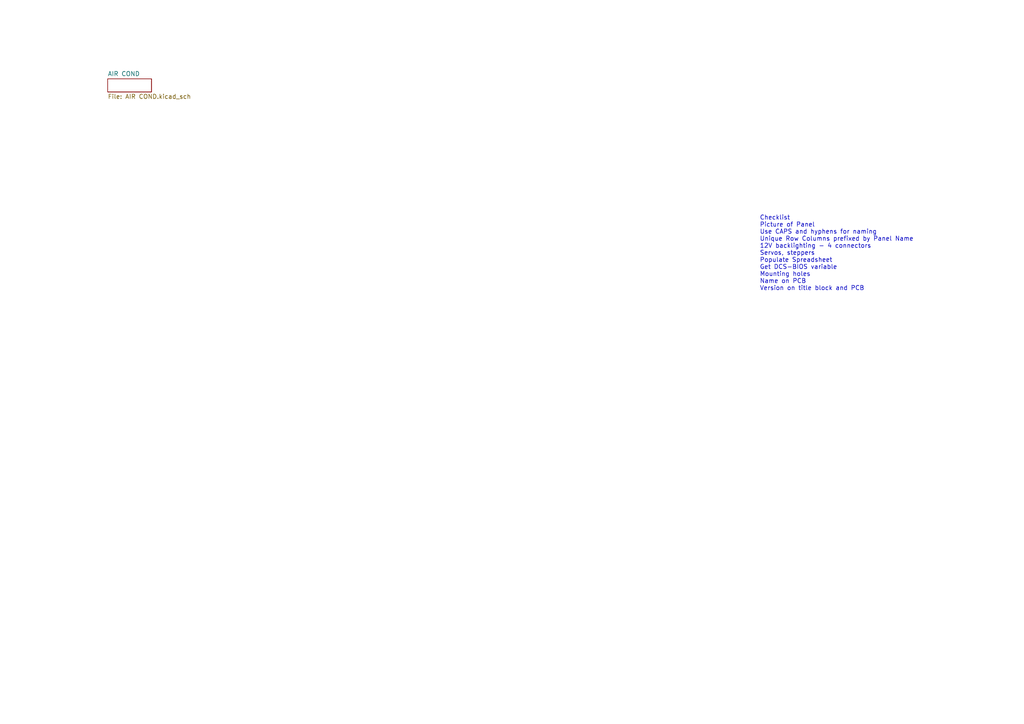
<source format=kicad_sch>
(kicad_sch (version 20211123) (generator eeschema)
  (paper "A4")
  (title_block (title "F16-LHS-REAR") (date "2023-09-17"))
  (lib_symbols)
  (text "Checklist\nPicture of Panel \nUse CAPS and hyphens for naming\nUnique Row Columns prefixed by Panel Name\n12V backlighting - 4 connectors\nServos, steppers\nPopulate Spreadsheet\nGet DCS-BIOS variable\nMounting holes\nName on PCB\nVersion on title block and PCB\n" (at 220.345 84.455 0) (effects (font (size 1.27 1.27)) (justify left bottom)))
  (sheet (at 31.242 22.86) (size 12.7 3.81) (stroke (width 0.1524))
    (property "Sheet name" "AIR COND" (at 31.242 22.1484 0) (effects (justify left bottom)))
    (property "Sheet file" "AIR COND.kicad_sch" (at 31.242 27.2546 0) (effects (justify left top)))
  )
)
</source>
